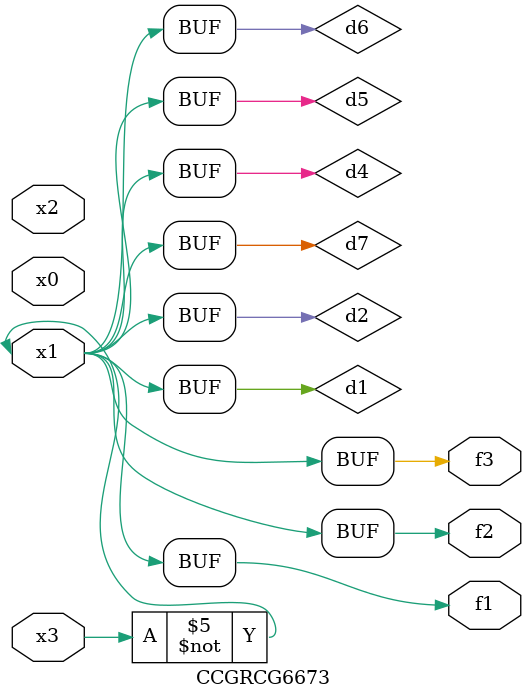
<source format=v>
module CCGRCG6673(
	input x0, x1, x2, x3,
	output f1, f2, f3
);

	wire d1, d2, d3, d4, d5, d6, d7;

	not (d1, x3);
	buf (d2, x1);
	xnor (d3, d1, d2);
	nor (d4, d1);
	buf (d5, d1, d2);
	buf (d6, d4, d5);
	nand (d7, d4);
	assign f1 = d6;
	assign f2 = d7;
	assign f3 = d6;
endmodule

</source>
